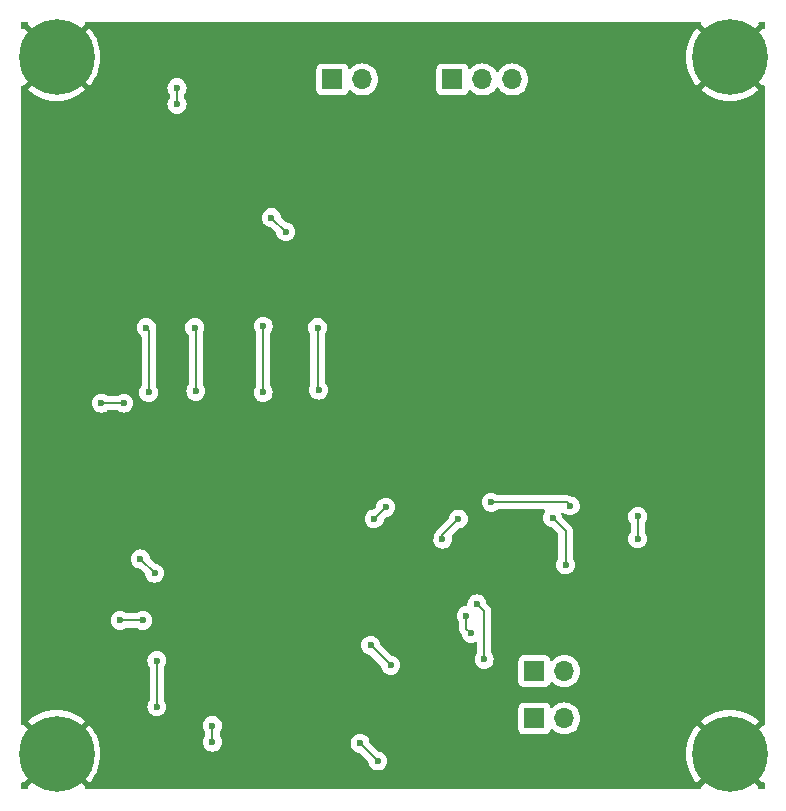
<source format=gbl>
%TF.GenerationSoftware,KiCad,Pcbnew,8.0.0-8.0.0-1~ubuntu22.04.1*%
%TF.CreationDate,2024-09-22T20:46:00-05:00*%
%TF.ProjectId,LCR_meter,4c43525f-6d65-4746-9572-2e6b69636164,rev?*%
%TF.SameCoordinates,Original*%
%TF.FileFunction,Copper,L2,Bot*%
%TF.FilePolarity,Positive*%
%FSLAX46Y46*%
G04 Gerber Fmt 4.6, Leading zero omitted, Abs format (unit mm)*
G04 Created by KiCad (PCBNEW 8.0.0-8.0.0-1~ubuntu22.04.1) date 2024-09-22 20:46:00*
%MOMM*%
%LPD*%
G01*
G04 APERTURE LIST*
%TA.AperFunction,ComponentPad*%
%ADD10C,0.800000*%
%TD*%
%TA.AperFunction,ComponentPad*%
%ADD11C,6.400000*%
%TD*%
%TA.AperFunction,ComponentPad*%
%ADD12R,1.700000X1.700000*%
%TD*%
%TA.AperFunction,ComponentPad*%
%ADD13O,1.700000X1.700000*%
%TD*%
%TA.AperFunction,ViaPad*%
%ADD14C,0.600000*%
%TD*%
%TA.AperFunction,Conductor*%
%ADD15C,0.200000*%
%TD*%
G04 APERTURE END LIST*
D10*
%TO.P,H4,1,1*%
%TO.N,GND*%
X178600000Y-133000000D03*
X179302944Y-131302944D03*
X179302944Y-134697056D03*
X181000000Y-130600000D03*
D11*
X181000000Y-133000000D03*
D10*
X181000000Y-135400000D03*
X182697056Y-131302944D03*
X182697056Y-134697056D03*
X183400000Y-133000000D03*
%TD*%
%TO.P,H3,1,1*%
%TO.N,GND*%
X121600000Y-133000000D03*
X122302944Y-131302944D03*
X122302944Y-134697056D03*
X124000000Y-130600000D03*
D11*
X124000000Y-133000000D03*
D10*
X124000000Y-135400000D03*
X125697056Y-131302944D03*
X125697056Y-134697056D03*
X126400000Y-133000000D03*
%TD*%
D12*
%TO.P,J4,1,Pin_1*%
%TO.N,Net-(J4-Pin_1)*%
X157520000Y-75900000D03*
D13*
%TO.P,J4,2,Pin_2*%
%TO.N,Net-(J4-Pin_2)*%
X160060000Y-75900000D03*
%TO.P,J4,3,Pin_3*%
%TO.N,Net-(J4-Pin_3)*%
X162600000Y-75900000D03*
%TD*%
D12*
%TO.P,J3,1,Pin_1*%
%TO.N,+3.3V*%
X147360000Y-75900000D03*
D13*
%TO.P,J3,2,Pin_2*%
X149900000Y-75900000D03*
%TD*%
D12*
%TO.P,J2,1,Pin_1*%
%TO.N,/DiffAmp1/REF*%
X164460000Y-126000000D03*
D13*
%TO.P,J2,2,Pin_2*%
X167000000Y-126000000D03*
%TD*%
D12*
%TO.P,J1,1,Pin_1*%
%TO.N,/DiffAmp1/IN-*%
X164460000Y-130000000D03*
D13*
%TO.P,J1,2,Pin_2*%
X167000000Y-130000000D03*
%TD*%
D10*
%TO.P,H1,1,1*%
%TO.N,GND*%
X121600000Y-74000000D03*
X122302944Y-72302944D03*
X122302944Y-75697056D03*
X124000000Y-71600000D03*
D11*
X124000000Y-74000000D03*
D10*
X124000000Y-76400000D03*
X125697056Y-72302944D03*
X125697056Y-75697056D03*
X126400000Y-74000000D03*
%TD*%
%TO.P,H2,1,1*%
%TO.N,GND*%
X178600000Y-74000000D03*
X179302944Y-72302944D03*
X179302944Y-75697056D03*
X181000000Y-71600000D03*
D11*
X181000000Y-74000000D03*
D10*
X181000000Y-76400000D03*
X182697056Y-72302944D03*
X182697056Y-75697056D03*
X183400000Y-74000000D03*
%TD*%
D14*
%TO.N,+5V*%
X135800000Y-102300000D03*
X152300000Y-125500000D03*
X150600000Y-123800000D03*
X131800000Y-102400000D03*
X160200000Y-125000000D03*
X159600000Y-120300000D03*
X151200000Y-133600000D03*
X149700000Y-132100000D03*
X135700000Y-96900000D03*
X131600000Y-96900000D03*
%TO.N,GND*%
X136400000Y-104000000D03*
X125900000Y-92400000D03*
X151900000Y-97400000D03*
X160600000Y-113800000D03*
X126500000Y-97300000D03*
X139100000Y-97300000D03*
X133800000Y-106200000D03*
X150100000Y-122500000D03*
X163700000Y-120400000D03*
X143600000Y-119200000D03*
X126400000Y-82600000D03*
X140100000Y-127500000D03*
X167900000Y-89900000D03*
X169900000Y-105400000D03*
X139100000Y-82500000D03*
X164500000Y-82600000D03*
X128800000Y-120800000D03*
X164600000Y-97400000D03*
X125900000Y-87600000D03*
X139118750Y-74800000D03*
X147500000Y-132200000D03*
X151800000Y-82500000D03*
X171200000Y-115000000D03*
X155700000Y-114600000D03*
X144900000Y-107300000D03*
X143800000Y-114700000D03*
X167100000Y-105400000D03*
X162000000Y-105500000D03*
%TO.N,Net-(C2-Pad2)*%
X132500000Y-125100000D03*
X132500000Y-129000000D03*
%TO.N,/DiffAmp1/IN-*%
X158017157Y-113117157D03*
X131300000Y-121700000D03*
X167500000Y-112000000D03*
X129400000Y-121700000D03*
X156675735Y-114824265D03*
X160800000Y-111700000D03*
%TO.N,/DiffAmp1/REF*%
X173200000Y-112900000D03*
X137200000Y-130600000D03*
X173200000Y-114800000D03*
X137200000Y-132000000D03*
%TO.N,Net-(U5-ADC_VREF)*%
X134200000Y-78000000D03*
X134200000Y-76600000D03*
%TO.N,/DiffAmp2/OUT*%
X167100000Y-117000000D03*
X166000000Y-113000000D03*
%TO.N,Net-(U5-GP26)*%
X141500000Y-96800000D03*
X141500000Y-102400000D03*
%TO.N,Net-(U5-GP27)*%
X143400000Y-88800000D03*
X142200000Y-87600000D03*
X146200000Y-102200000D03*
X146100000Y-96900000D03*
%TO.N,Net-(U6A--)*%
X158700000Y-121300000D03*
X159100000Y-122800000D03*
%TO.N,Net-(U3A-+)*%
X150900000Y-113100000D03*
X151874265Y-112125735D03*
%TO.N,/bit1*%
X132300000Y-117700000D03*
X131100000Y-116500000D03*
%TO.N,/bit0*%
X127800000Y-103300000D03*
X129700000Y-103300000D03*
%TD*%
D15*
%TO.N,+5V*%
X135800000Y-102300000D02*
X135800000Y-97000000D01*
X159600000Y-120300000D02*
X160200000Y-120900000D01*
X131800000Y-97100000D02*
X131600000Y-96900000D01*
X151200000Y-133600000D02*
X149700000Y-132100000D01*
X150600000Y-123800000D02*
X152300000Y-125500000D01*
X135800000Y-97000000D02*
X135700000Y-96900000D01*
X131800000Y-102400000D02*
X131800000Y-97100000D01*
X160200000Y-120900000D02*
X160200000Y-125000000D01*
%TO.N,Net-(C2-Pad2)*%
X132500000Y-125100000D02*
X132500000Y-129000000D01*
%TO.N,/DiffAmp1/IN-*%
X156675735Y-114458579D02*
X156675735Y-114824265D01*
X160800000Y-111700000D02*
X167200000Y-111700000D01*
X158017157Y-113117157D02*
X156675735Y-114458579D01*
X167200000Y-111700000D02*
X167500000Y-112000000D01*
X129400000Y-121700000D02*
X131300000Y-121700000D01*
%TO.N,/DiffAmp1/REF*%
X173200000Y-114800000D02*
X173200000Y-112900000D01*
X137200000Y-130600000D02*
X137200000Y-132000000D01*
%TO.N,Net-(U5-ADC_VREF)*%
X134200000Y-78000000D02*
X134200000Y-76600000D01*
%TO.N,/DiffAmp2/OUT*%
X167100000Y-117000000D02*
X167100000Y-114100000D01*
X167100000Y-114100000D02*
X166000000Y-113000000D01*
%TO.N,Net-(U5-GP26)*%
X141500000Y-102400000D02*
X141500000Y-96800000D01*
%TO.N,Net-(U5-GP27)*%
X146100000Y-102100000D02*
X146100000Y-96900000D01*
X146200000Y-102200000D02*
X146100000Y-102100000D01*
X142200000Y-87600000D02*
X143400000Y-88800000D01*
%TO.N,Net-(U6A--)*%
X158700000Y-122400000D02*
X159100000Y-122800000D01*
X158700000Y-121300000D02*
X158700000Y-122400000D01*
%TO.N,Net-(U3A-+)*%
X150900000Y-113100000D02*
X151874265Y-112125735D01*
%TO.N,/bit1*%
X131100000Y-116500000D02*
X132300000Y-117700000D01*
%TO.N,/bit0*%
X127800000Y-103300000D02*
X129700000Y-103300000D01*
%TD*%
%TA.AperFunction,Conductor*%
%TO.N,GND*%
G36*
X122779588Y-134042330D02*
G01*
X122957670Y-134220412D01*
X123059300Y-134294251D01*
X121564648Y-135788903D01*
X121565063Y-135796805D01*
X121592913Y-135837121D01*
X121595241Y-135906951D01*
X121559446Y-135966955D01*
X121496893Y-135998082D01*
X121475166Y-136000000D01*
X121124000Y-136000000D01*
X121056961Y-135980315D01*
X121011206Y-135927511D01*
X121000000Y-135876000D01*
X121000000Y-135524834D01*
X121019685Y-135457795D01*
X121072489Y-135412040D01*
X121141647Y-135402096D01*
X121205203Y-135431121D01*
X121209197Y-135435251D01*
X121211096Y-135435350D01*
X122705748Y-133940698D01*
X122779588Y-134042330D01*
G37*
%TD.AperFunction*%
%TA.AperFunction,Conductor*%
G36*
X178542204Y-71019685D02*
G01*
X178587959Y-71072489D01*
X178597903Y-71141647D01*
X178568878Y-71205203D01*
X178564747Y-71209197D01*
X178564648Y-71211096D01*
X180059301Y-72705748D01*
X179957670Y-72779588D01*
X179779588Y-72957670D01*
X179705748Y-73059300D01*
X178211096Y-71564648D01*
X178211095Y-71564648D01*
X178002531Y-71822206D01*
X177791310Y-72147456D01*
X177615244Y-72493005D01*
X177476262Y-72855063D01*
X177375887Y-73229669D01*
X177375886Y-73229676D01*
X177315219Y-73612712D01*
X177294922Y-73999999D01*
X177294922Y-74000000D01*
X177315219Y-74387287D01*
X177375886Y-74770323D01*
X177375887Y-74770330D01*
X177476262Y-75144936D01*
X177615244Y-75506994D01*
X177791310Y-75852543D01*
X178002531Y-76177793D01*
X178211095Y-76435350D01*
X178211096Y-76435350D01*
X179705748Y-74940698D01*
X179779588Y-75042330D01*
X179957670Y-75220412D01*
X180059300Y-75294251D01*
X178564648Y-76788903D01*
X178564649Y-76788904D01*
X178822206Y-76997468D01*
X179147456Y-77208689D01*
X179493005Y-77384755D01*
X179855063Y-77523737D01*
X180229669Y-77624112D01*
X180229676Y-77624113D01*
X180612712Y-77684780D01*
X180999999Y-77705078D01*
X181000001Y-77705078D01*
X181387287Y-77684780D01*
X181770323Y-77624113D01*
X181770330Y-77624112D01*
X182144936Y-77523737D01*
X182506994Y-77384755D01*
X182852543Y-77208689D01*
X183177783Y-76997476D01*
X183177785Y-76997475D01*
X183435349Y-76788902D01*
X181940698Y-75294251D01*
X182042330Y-75220412D01*
X182220412Y-75042330D01*
X182294251Y-74940698D01*
X183788903Y-76435350D01*
X183796802Y-76434936D01*
X183837119Y-76407084D01*
X183906950Y-76404756D01*
X183966954Y-76440550D01*
X183998082Y-76503103D01*
X184000000Y-76524831D01*
X184000000Y-130475165D01*
X183980315Y-130542204D01*
X183927511Y-130587959D01*
X183858353Y-130597903D01*
X183794797Y-130568878D01*
X183790802Y-130564748D01*
X183788903Y-130564648D01*
X182294251Y-132059300D01*
X182220412Y-131957670D01*
X182042330Y-131779588D01*
X181940698Y-131705748D01*
X183435350Y-130211096D01*
X183435350Y-130211095D01*
X183177793Y-130002531D01*
X182852543Y-129791310D01*
X182506994Y-129615244D01*
X182144936Y-129476262D01*
X181770330Y-129375887D01*
X181770323Y-129375886D01*
X181387287Y-129315219D01*
X181000001Y-129294922D01*
X180999999Y-129294922D01*
X180612712Y-129315219D01*
X180229676Y-129375886D01*
X180229669Y-129375887D01*
X179855063Y-129476262D01*
X179493005Y-129615244D01*
X179147456Y-129791310D01*
X178822206Y-130002531D01*
X178564648Y-130211095D01*
X178564648Y-130211096D01*
X180059301Y-131705748D01*
X179957670Y-131779588D01*
X179779588Y-131957670D01*
X179705748Y-132059300D01*
X178211096Y-130564648D01*
X178211095Y-130564648D01*
X178002531Y-130822206D01*
X177791310Y-131147456D01*
X177615244Y-131493005D01*
X177476262Y-131855063D01*
X177375887Y-132229669D01*
X177375886Y-132229676D01*
X177315219Y-132612712D01*
X177294922Y-132999999D01*
X177294922Y-133000000D01*
X177315219Y-133387287D01*
X177375886Y-133770323D01*
X177375887Y-133770330D01*
X177476262Y-134144936D01*
X177615244Y-134506994D01*
X177791310Y-134852543D01*
X178002531Y-135177793D01*
X178211095Y-135435350D01*
X178211096Y-135435350D01*
X179705748Y-133940698D01*
X179779588Y-134042330D01*
X179957670Y-134220412D01*
X180059300Y-134294251D01*
X178564648Y-135788903D01*
X178565063Y-135796805D01*
X178592913Y-135837121D01*
X178595241Y-135906951D01*
X178559446Y-135966955D01*
X178496893Y-135998082D01*
X178475166Y-136000000D01*
X126524832Y-136000000D01*
X126457793Y-135980315D01*
X126412038Y-135927511D01*
X126402094Y-135858353D01*
X126431119Y-135794797D01*
X126435250Y-135790800D01*
X126435350Y-135788903D01*
X124940698Y-134294251D01*
X125042330Y-134220412D01*
X125220412Y-134042330D01*
X125294251Y-133940698D01*
X126788902Y-135435349D01*
X126997475Y-135177785D01*
X126997476Y-135177783D01*
X127208689Y-134852543D01*
X127384755Y-134506994D01*
X127523737Y-134144936D01*
X127624112Y-133770330D01*
X127624113Y-133770323D01*
X127684780Y-133387287D01*
X127705078Y-133000000D01*
X127705078Y-132999999D01*
X127684780Y-132612712D01*
X127624113Y-132229676D01*
X127624112Y-132229669D01*
X127562573Y-132000003D01*
X136394435Y-132000003D01*
X136414630Y-132179249D01*
X136414631Y-132179254D01*
X136474211Y-132349523D01*
X136497014Y-132385813D01*
X136570184Y-132502262D01*
X136697738Y-132629816D01*
X136850478Y-132725789D01*
X136861984Y-132729815D01*
X137020745Y-132785368D01*
X137020750Y-132785369D01*
X137199996Y-132805565D01*
X137200000Y-132805565D01*
X137200004Y-132805565D01*
X137379249Y-132785369D01*
X137379252Y-132785368D01*
X137379255Y-132785368D01*
X137549522Y-132725789D01*
X137702262Y-132629816D01*
X137829816Y-132502262D01*
X137925789Y-132349522D01*
X137985368Y-132179255D01*
X137987378Y-132161417D01*
X137994298Y-132100003D01*
X148894435Y-132100003D01*
X148914630Y-132279249D01*
X148914631Y-132279254D01*
X148974211Y-132449523D01*
X149070184Y-132602262D01*
X149197738Y-132729816D01*
X149350478Y-132825789D01*
X149520745Y-132885368D01*
X149607669Y-132895161D01*
X149672080Y-132922226D01*
X149681465Y-132930700D01*
X150369298Y-133618533D01*
X150402783Y-133679856D01*
X150404837Y-133692330D01*
X150414630Y-133779249D01*
X150474210Y-133949521D01*
X150532526Y-134042330D01*
X150570184Y-134102262D01*
X150697738Y-134229816D01*
X150850478Y-134325789D01*
X150972376Y-134368443D01*
X151020745Y-134385368D01*
X151020750Y-134385369D01*
X151199996Y-134405565D01*
X151200000Y-134405565D01*
X151200004Y-134405565D01*
X151379249Y-134385369D01*
X151379252Y-134385368D01*
X151379255Y-134385368D01*
X151549522Y-134325789D01*
X151702262Y-134229816D01*
X151829816Y-134102262D01*
X151925789Y-133949522D01*
X151985368Y-133779255D01*
X151986374Y-133770330D01*
X152005565Y-133600003D01*
X152005565Y-133599996D01*
X151985369Y-133420750D01*
X151985368Y-133420745D01*
X151925789Y-133250478D01*
X151829816Y-133097738D01*
X151702262Y-132970184D01*
X151639424Y-132930700D01*
X151549521Y-132874210D01*
X151379249Y-132814630D01*
X151292330Y-132804837D01*
X151227916Y-132777770D01*
X151218533Y-132769298D01*
X150530700Y-132081465D01*
X150497215Y-132020142D01*
X150495163Y-132007686D01*
X150485368Y-131920745D01*
X150425789Y-131750478D01*
X150329816Y-131597738D01*
X150202262Y-131470184D01*
X150153265Y-131439397D01*
X150049523Y-131374211D01*
X149879254Y-131314631D01*
X149879249Y-131314630D01*
X149700004Y-131294435D01*
X149699996Y-131294435D01*
X149520750Y-131314630D01*
X149520745Y-131314631D01*
X149350476Y-131374211D01*
X149197737Y-131470184D01*
X149070184Y-131597737D01*
X148974211Y-131750476D01*
X148914631Y-131920745D01*
X148914630Y-131920750D01*
X148894435Y-132099996D01*
X148894435Y-132100003D01*
X137994298Y-132100003D01*
X138005565Y-132000003D01*
X138005565Y-131999996D01*
X137985369Y-131820750D01*
X137985368Y-131820745D01*
X137925789Y-131650478D01*
X137829816Y-131497738D01*
X137829814Y-131497736D01*
X137829813Y-131497734D01*
X137827550Y-131494896D01*
X137826659Y-131492715D01*
X137826111Y-131491842D01*
X137826264Y-131491745D01*
X137801144Y-131430209D01*
X137800500Y-131417587D01*
X137800500Y-131182412D01*
X137820185Y-131115373D01*
X137827555Y-131105097D01*
X137829810Y-131102267D01*
X137829816Y-131102262D01*
X137925789Y-130949522D01*
X137943863Y-130897870D01*
X163109500Y-130897870D01*
X163109501Y-130897876D01*
X163115908Y-130957483D01*
X163166202Y-131092328D01*
X163166206Y-131092335D01*
X163252452Y-131207544D01*
X163252455Y-131207547D01*
X163367664Y-131293793D01*
X163367671Y-131293797D01*
X163502517Y-131344091D01*
X163502516Y-131344091D01*
X163509444Y-131344835D01*
X163562127Y-131350500D01*
X165357872Y-131350499D01*
X165417483Y-131344091D01*
X165552331Y-131293796D01*
X165667546Y-131207546D01*
X165753796Y-131092331D01*
X165802810Y-130960916D01*
X165844681Y-130904984D01*
X165910145Y-130880566D01*
X165978418Y-130895417D01*
X166006673Y-130916569D01*
X166128599Y-131038495D01*
X166219668Y-131102262D01*
X166322165Y-131174032D01*
X166322167Y-131174033D01*
X166322170Y-131174035D01*
X166536337Y-131273903D01*
X166764592Y-131335063D01*
X166941034Y-131350500D01*
X166999999Y-131355659D01*
X167000000Y-131355659D01*
X167000001Y-131355659D01*
X167058966Y-131350500D01*
X167235408Y-131335063D01*
X167463663Y-131273903D01*
X167677830Y-131174035D01*
X167871401Y-131038495D01*
X168038495Y-130871401D01*
X168174035Y-130677830D01*
X168273903Y-130463663D01*
X168335063Y-130235408D01*
X168355659Y-130000000D01*
X168335063Y-129764592D01*
X168273903Y-129536337D01*
X168174035Y-129322171D01*
X168169168Y-129315219D01*
X168038494Y-129128597D01*
X167871402Y-128961506D01*
X167871395Y-128961501D01*
X167677834Y-128825967D01*
X167677830Y-128825965D01*
X167666636Y-128820745D01*
X167463663Y-128726097D01*
X167463659Y-128726096D01*
X167463655Y-128726094D01*
X167235413Y-128664938D01*
X167235403Y-128664936D01*
X167000001Y-128644341D01*
X166999999Y-128644341D01*
X166764596Y-128664936D01*
X166764586Y-128664938D01*
X166536344Y-128726094D01*
X166536335Y-128726098D01*
X166322171Y-128825964D01*
X166322169Y-128825965D01*
X166128600Y-128961503D01*
X166006673Y-129083430D01*
X165945350Y-129116914D01*
X165875658Y-129111930D01*
X165819725Y-129070058D01*
X165802810Y-129039081D01*
X165753797Y-128907671D01*
X165753793Y-128907664D01*
X165667547Y-128792455D01*
X165667544Y-128792452D01*
X165552335Y-128706206D01*
X165552328Y-128706202D01*
X165417482Y-128655908D01*
X165417483Y-128655908D01*
X165357883Y-128649501D01*
X165357881Y-128649500D01*
X165357873Y-128649500D01*
X165357864Y-128649500D01*
X163562129Y-128649500D01*
X163562123Y-128649501D01*
X163502516Y-128655908D01*
X163367671Y-128706202D01*
X163367664Y-128706206D01*
X163252455Y-128792452D01*
X163252452Y-128792455D01*
X163166206Y-128907664D01*
X163166202Y-128907671D01*
X163115908Y-129042517D01*
X163109501Y-129102116D01*
X163109500Y-129102135D01*
X163109500Y-130897870D01*
X137943863Y-130897870D01*
X137985368Y-130779255D01*
X137985369Y-130779249D01*
X138005565Y-130600003D01*
X138005565Y-130599996D01*
X137985369Y-130420750D01*
X137985368Y-130420745D01*
X137925788Y-130250476D01*
X137829815Y-130097737D01*
X137702262Y-129970184D01*
X137549523Y-129874211D01*
X137379254Y-129814631D01*
X137379249Y-129814630D01*
X137200004Y-129794435D01*
X137199996Y-129794435D01*
X137020750Y-129814630D01*
X137020745Y-129814631D01*
X136850476Y-129874211D01*
X136697737Y-129970184D01*
X136570184Y-130097737D01*
X136474211Y-130250476D01*
X136414631Y-130420745D01*
X136414630Y-130420750D01*
X136394435Y-130599996D01*
X136394435Y-130600003D01*
X136414630Y-130779249D01*
X136414631Y-130779254D01*
X136474211Y-130949523D01*
X136530115Y-131038493D01*
X136563946Y-131092335D01*
X136570185Y-131102263D01*
X136572445Y-131105097D01*
X136573334Y-131107275D01*
X136573889Y-131108158D01*
X136573734Y-131108255D01*
X136598855Y-131169783D01*
X136599500Y-131182412D01*
X136599500Y-131417587D01*
X136579815Y-131484626D01*
X136572450Y-131494896D01*
X136570186Y-131497734D01*
X136474211Y-131650476D01*
X136414631Y-131820745D01*
X136414630Y-131820750D01*
X136394435Y-131999996D01*
X136394435Y-132000003D01*
X127562573Y-132000003D01*
X127523737Y-131855063D01*
X127384755Y-131493005D01*
X127208689Y-131147456D01*
X126997468Y-130822206D01*
X126788904Y-130564649D01*
X126788903Y-130564648D01*
X125294251Y-132059300D01*
X125220412Y-131957670D01*
X125042330Y-131779588D01*
X124940698Y-131705748D01*
X126435350Y-130211096D01*
X126435350Y-130211095D01*
X126177793Y-130002531D01*
X125852543Y-129791310D01*
X125506994Y-129615244D01*
X125144936Y-129476262D01*
X124770330Y-129375887D01*
X124770323Y-129375886D01*
X124387287Y-129315219D01*
X124000001Y-129294922D01*
X123999999Y-129294922D01*
X123612712Y-129315219D01*
X123229676Y-129375886D01*
X123229669Y-129375887D01*
X122855063Y-129476262D01*
X122493005Y-129615244D01*
X122147456Y-129791310D01*
X121822206Y-130002531D01*
X121564648Y-130211095D01*
X121564648Y-130211096D01*
X123059301Y-131705748D01*
X122957670Y-131779588D01*
X122779588Y-131957670D01*
X122705748Y-132059300D01*
X121211096Y-130564648D01*
X121203193Y-130565062D01*
X121162878Y-130592912D01*
X121093047Y-130595239D01*
X121033044Y-130559443D01*
X121001918Y-130496889D01*
X121000000Y-130475164D01*
X121000000Y-129000003D01*
X131694435Y-129000003D01*
X131714630Y-129179249D01*
X131714631Y-129179254D01*
X131774211Y-129349523D01*
X131790777Y-129375887D01*
X131870184Y-129502262D01*
X131997738Y-129629816D01*
X132150478Y-129725789D01*
X132261371Y-129764592D01*
X132320745Y-129785368D01*
X132320750Y-129785369D01*
X132499996Y-129805565D01*
X132500000Y-129805565D01*
X132500004Y-129805565D01*
X132679249Y-129785369D01*
X132679252Y-129785368D01*
X132679255Y-129785368D01*
X132849522Y-129725789D01*
X133002262Y-129629816D01*
X133129816Y-129502262D01*
X133225789Y-129349522D01*
X133285368Y-129179255D01*
X133292954Y-129111930D01*
X133305565Y-129000003D01*
X133305565Y-128999996D01*
X133285369Y-128820750D01*
X133285368Y-128820745D01*
X133275468Y-128792452D01*
X133225789Y-128650478D01*
X133225174Y-128649500D01*
X133129813Y-128497734D01*
X133127550Y-128494896D01*
X133126659Y-128492715D01*
X133126111Y-128491842D01*
X133126264Y-128491745D01*
X133101144Y-128430209D01*
X133100500Y-128417587D01*
X133100500Y-126897870D01*
X163109500Y-126897870D01*
X163109501Y-126897876D01*
X163115908Y-126957483D01*
X163166202Y-127092328D01*
X163166206Y-127092335D01*
X163252452Y-127207544D01*
X163252455Y-127207547D01*
X163367664Y-127293793D01*
X163367671Y-127293797D01*
X163502517Y-127344091D01*
X163502516Y-127344091D01*
X163509444Y-127344835D01*
X163562127Y-127350500D01*
X165357872Y-127350499D01*
X165417483Y-127344091D01*
X165552331Y-127293796D01*
X165667546Y-127207546D01*
X165753796Y-127092331D01*
X165802810Y-126960916D01*
X165844681Y-126904984D01*
X165910145Y-126880566D01*
X165978418Y-126895417D01*
X166006673Y-126916569D01*
X166128599Y-127038495D01*
X166225384Y-127106265D01*
X166322165Y-127174032D01*
X166322167Y-127174033D01*
X166322170Y-127174035D01*
X166536337Y-127273903D01*
X166764592Y-127335063D01*
X166941034Y-127350500D01*
X166999999Y-127355659D01*
X167000000Y-127355659D01*
X167000001Y-127355659D01*
X167058966Y-127350500D01*
X167235408Y-127335063D01*
X167463663Y-127273903D01*
X167677830Y-127174035D01*
X167871401Y-127038495D01*
X168038495Y-126871401D01*
X168174035Y-126677830D01*
X168273903Y-126463663D01*
X168335063Y-126235408D01*
X168355659Y-126000000D01*
X168335063Y-125764592D01*
X168273903Y-125536337D01*
X168174035Y-125322171D01*
X168143985Y-125279254D01*
X168038494Y-125128597D01*
X167871402Y-124961506D01*
X167871395Y-124961501D01*
X167677834Y-124825967D01*
X167677830Y-124825965D01*
X167666636Y-124820745D01*
X167463663Y-124726097D01*
X167463659Y-124726096D01*
X167463655Y-124726094D01*
X167235413Y-124664938D01*
X167235403Y-124664936D01*
X167000001Y-124644341D01*
X166999999Y-124644341D01*
X166764596Y-124664936D01*
X166764586Y-124664938D01*
X166536344Y-124726094D01*
X166536335Y-124726098D01*
X166322171Y-124825964D01*
X166322169Y-124825965D01*
X166128600Y-124961503D01*
X166006673Y-125083430D01*
X165945350Y-125116914D01*
X165875658Y-125111930D01*
X165819725Y-125070058D01*
X165802810Y-125039081D01*
X165753797Y-124907671D01*
X165753793Y-124907664D01*
X165667547Y-124792455D01*
X165667544Y-124792452D01*
X165552335Y-124706206D01*
X165552328Y-124706202D01*
X165417482Y-124655908D01*
X165417483Y-124655908D01*
X165357883Y-124649501D01*
X165357881Y-124649500D01*
X165357873Y-124649500D01*
X165357864Y-124649500D01*
X163562129Y-124649500D01*
X163562123Y-124649501D01*
X163502516Y-124655908D01*
X163367671Y-124706202D01*
X163367664Y-124706206D01*
X163252455Y-124792452D01*
X163252452Y-124792455D01*
X163166206Y-124907664D01*
X163166202Y-124907671D01*
X163115908Y-125042517D01*
X163109501Y-125102116D01*
X163109500Y-125102135D01*
X163109500Y-126897870D01*
X133100500Y-126897870D01*
X133100500Y-125682412D01*
X133120185Y-125615373D01*
X133127555Y-125605097D01*
X133129810Y-125602267D01*
X133129816Y-125602262D01*
X133225789Y-125449522D01*
X133285368Y-125279255D01*
X133285369Y-125279249D01*
X133305565Y-125100003D01*
X133305565Y-125099996D01*
X133285369Y-124920750D01*
X133285368Y-124920745D01*
X133280793Y-124907671D01*
X133225789Y-124750478D01*
X133210469Y-124726097D01*
X133162955Y-124650478D01*
X133129816Y-124597738D01*
X133002262Y-124470184D01*
X132999458Y-124468422D01*
X132849523Y-124374211D01*
X132679254Y-124314631D01*
X132679249Y-124314630D01*
X132500004Y-124294435D01*
X132499996Y-124294435D01*
X132320750Y-124314630D01*
X132320745Y-124314631D01*
X132150476Y-124374211D01*
X131997737Y-124470184D01*
X131870184Y-124597737D01*
X131774211Y-124750476D01*
X131714631Y-124920745D01*
X131714630Y-124920750D01*
X131694435Y-125099996D01*
X131694435Y-125100003D01*
X131714630Y-125279249D01*
X131714631Y-125279254D01*
X131774211Y-125449523D01*
X131828765Y-125536344D01*
X131863943Y-125592330D01*
X131870185Y-125602263D01*
X131872445Y-125605097D01*
X131873334Y-125607275D01*
X131873889Y-125608158D01*
X131873734Y-125608255D01*
X131898855Y-125669783D01*
X131899500Y-125682412D01*
X131899500Y-128417587D01*
X131879815Y-128484626D01*
X131872450Y-128494896D01*
X131870186Y-128497734D01*
X131774211Y-128650476D01*
X131714631Y-128820745D01*
X131714630Y-128820750D01*
X131694435Y-128999996D01*
X131694435Y-129000003D01*
X121000000Y-129000003D01*
X121000000Y-123800003D01*
X149794435Y-123800003D01*
X149814630Y-123979249D01*
X149814631Y-123979254D01*
X149874211Y-124149523D01*
X149965266Y-124294435D01*
X149970184Y-124302262D01*
X150097738Y-124429816D01*
X150250478Y-124525789D01*
X150420745Y-124585368D01*
X150507669Y-124595161D01*
X150572080Y-124622226D01*
X150581465Y-124630700D01*
X151469298Y-125518533D01*
X151502783Y-125579856D01*
X151504837Y-125592330D01*
X151514630Y-125679249D01*
X151574210Y-125849521D01*
X151668762Y-125999999D01*
X151670184Y-126002262D01*
X151797738Y-126129816D01*
X151950478Y-126225789D01*
X152120745Y-126285368D01*
X152120750Y-126285369D01*
X152299996Y-126305565D01*
X152300000Y-126305565D01*
X152300004Y-126305565D01*
X152479249Y-126285369D01*
X152479252Y-126285368D01*
X152479255Y-126285368D01*
X152649522Y-126225789D01*
X152802262Y-126129816D01*
X152929816Y-126002262D01*
X153025789Y-125849522D01*
X153085368Y-125679255D01*
X153085369Y-125679249D01*
X153105565Y-125500003D01*
X153105565Y-125499996D01*
X153085369Y-125320750D01*
X153085368Y-125320745D01*
X153070848Y-125279249D01*
X153025789Y-125150478D01*
X153012041Y-125128599D01*
X152975258Y-125070058D01*
X152929816Y-124997738D01*
X152802262Y-124870184D01*
X152731888Y-124825965D01*
X152649521Y-124774210D01*
X152479249Y-124714630D01*
X152392330Y-124704837D01*
X152327916Y-124677770D01*
X152318533Y-124669298D01*
X151430700Y-123781465D01*
X151397215Y-123720142D01*
X151395163Y-123707686D01*
X151385368Y-123620745D01*
X151325789Y-123450478D01*
X151229816Y-123297738D01*
X151102262Y-123170184D01*
X151069377Y-123149521D01*
X150949523Y-123074211D01*
X150779254Y-123014631D01*
X150779249Y-123014630D01*
X150600004Y-122994435D01*
X150599996Y-122994435D01*
X150420750Y-123014630D01*
X150420745Y-123014631D01*
X150250476Y-123074211D01*
X150097737Y-123170184D01*
X149970184Y-123297737D01*
X149874211Y-123450476D01*
X149814631Y-123620745D01*
X149814630Y-123620750D01*
X149794435Y-123799996D01*
X149794435Y-123800003D01*
X121000000Y-123800003D01*
X121000000Y-121700003D01*
X128594435Y-121700003D01*
X128614630Y-121879249D01*
X128614631Y-121879254D01*
X128674211Y-122049523D01*
X128689724Y-122074211D01*
X128770184Y-122202262D01*
X128897738Y-122329816D01*
X129050478Y-122425789D01*
X129202701Y-122479054D01*
X129220745Y-122485368D01*
X129220750Y-122485369D01*
X129399996Y-122505565D01*
X129400000Y-122505565D01*
X129400004Y-122505565D01*
X129579249Y-122485369D01*
X129579252Y-122485368D01*
X129579255Y-122485368D01*
X129749522Y-122425789D01*
X129902262Y-122329816D01*
X129902267Y-122329810D01*
X129905097Y-122327555D01*
X129907275Y-122326665D01*
X129908158Y-122326111D01*
X129908255Y-122326265D01*
X129969783Y-122301145D01*
X129982412Y-122300500D01*
X130717588Y-122300500D01*
X130784627Y-122320185D01*
X130794903Y-122327555D01*
X130797736Y-122329814D01*
X130797738Y-122329816D01*
X130950478Y-122425789D01*
X131102701Y-122479054D01*
X131120745Y-122485368D01*
X131120750Y-122485369D01*
X131299996Y-122505565D01*
X131300000Y-122505565D01*
X131300004Y-122505565D01*
X131479249Y-122485369D01*
X131479252Y-122485368D01*
X131479255Y-122485368D01*
X131649522Y-122425789D01*
X131802262Y-122329816D01*
X131929816Y-122202262D01*
X132025789Y-122049522D01*
X132085368Y-121879255D01*
X132085369Y-121879249D01*
X132105565Y-121700003D01*
X132105565Y-121699996D01*
X132085369Y-121520750D01*
X132085368Y-121520745D01*
X132025788Y-121350476D01*
X131994073Y-121300003D01*
X157894435Y-121300003D01*
X157914630Y-121479249D01*
X157914631Y-121479254D01*
X157974211Y-121649523D01*
X158070185Y-121802263D01*
X158072445Y-121805097D01*
X158073334Y-121807275D01*
X158073889Y-121808158D01*
X158073734Y-121808255D01*
X158098855Y-121869783D01*
X158099500Y-121882412D01*
X158099500Y-122313330D01*
X158099499Y-122313348D01*
X158099499Y-122479054D01*
X158099498Y-122479054D01*
X158140423Y-122631785D01*
X158169358Y-122681900D01*
X158169359Y-122681904D01*
X158169360Y-122681904D01*
X158219479Y-122768714D01*
X158219481Y-122768717D01*
X158269298Y-122818534D01*
X158302783Y-122879857D01*
X158304837Y-122892331D01*
X158314630Y-122979249D01*
X158374210Y-123149521D01*
X158467341Y-123297737D01*
X158470184Y-123302262D01*
X158597738Y-123429816D01*
X158750478Y-123525789D01*
X158920739Y-123585366D01*
X158920745Y-123585368D01*
X158920750Y-123585369D01*
X159099996Y-123605565D01*
X159100000Y-123605565D01*
X159100004Y-123605565D01*
X159279249Y-123585369D01*
X159279251Y-123585368D01*
X159279255Y-123585368D01*
X159279258Y-123585366D01*
X159279262Y-123585366D01*
X159434545Y-123531030D01*
X159504324Y-123527468D01*
X159564951Y-123562196D01*
X159597179Y-123624190D01*
X159599500Y-123648071D01*
X159599500Y-124417587D01*
X159579815Y-124484626D01*
X159572450Y-124494896D01*
X159570186Y-124497734D01*
X159474211Y-124650476D01*
X159414631Y-124820745D01*
X159414630Y-124820750D01*
X159394435Y-124999996D01*
X159394435Y-125000003D01*
X159414630Y-125179249D01*
X159414631Y-125179254D01*
X159474211Y-125349523D01*
X159537045Y-125449522D01*
X159570184Y-125502262D01*
X159697738Y-125629816D01*
X159850478Y-125725789D01*
X159961371Y-125764592D01*
X160020745Y-125785368D01*
X160020750Y-125785369D01*
X160199996Y-125805565D01*
X160200000Y-125805565D01*
X160200004Y-125805565D01*
X160379249Y-125785369D01*
X160379252Y-125785368D01*
X160379255Y-125785368D01*
X160549522Y-125725789D01*
X160702262Y-125629816D01*
X160829816Y-125502262D01*
X160925789Y-125349522D01*
X160985368Y-125179255D01*
X160985369Y-125179249D01*
X161005565Y-125000003D01*
X161005565Y-124999996D01*
X160985369Y-124820750D01*
X160985368Y-124820745D01*
X160969085Y-124774210D01*
X160925789Y-124650478D01*
X160925174Y-124649500D01*
X160884877Y-124585367D01*
X160829816Y-124497738D01*
X160829814Y-124497736D01*
X160829813Y-124497734D01*
X160827550Y-124494896D01*
X160826659Y-124492715D01*
X160826111Y-124491842D01*
X160826264Y-124491745D01*
X160801144Y-124430209D01*
X160800500Y-124417587D01*
X160800500Y-120820945D01*
X160800500Y-120820943D01*
X160764692Y-120687304D01*
X160764692Y-120687303D01*
X160764692Y-120687302D01*
X160759578Y-120668218D01*
X160759575Y-120668211D01*
X160722804Y-120604522D01*
X160680522Y-120531287D01*
X160680521Y-120531286D01*
X160680520Y-120531284D01*
X160568716Y-120419480D01*
X160568715Y-120419479D01*
X160564385Y-120415149D01*
X160564374Y-120415139D01*
X160430700Y-120281465D01*
X160397215Y-120220142D01*
X160395163Y-120207686D01*
X160385368Y-120120745D01*
X160325789Y-119950478D01*
X160229816Y-119797738D01*
X160102262Y-119670184D01*
X159949523Y-119574211D01*
X159779254Y-119514631D01*
X159779249Y-119514630D01*
X159600004Y-119494435D01*
X159599996Y-119494435D01*
X159420750Y-119514630D01*
X159420745Y-119514631D01*
X159250476Y-119574211D01*
X159097737Y-119670184D01*
X158970184Y-119797737D01*
X158874211Y-119950476D01*
X158814631Y-120120745D01*
X158814630Y-120120750D01*
X158794435Y-120299996D01*
X158801000Y-120358271D01*
X158788944Y-120427093D01*
X158741594Y-120478472D01*
X158691663Y-120495373D01*
X158520749Y-120514630D01*
X158520745Y-120514631D01*
X158350476Y-120574211D01*
X158197737Y-120670184D01*
X158070184Y-120797737D01*
X157974211Y-120950476D01*
X157914631Y-121120745D01*
X157914630Y-121120750D01*
X157894435Y-121299996D01*
X157894435Y-121300003D01*
X131994073Y-121300003D01*
X131929815Y-121197737D01*
X131802262Y-121070184D01*
X131649523Y-120974211D01*
X131479254Y-120914631D01*
X131479249Y-120914630D01*
X131300004Y-120894435D01*
X131299996Y-120894435D01*
X131120750Y-120914630D01*
X131120745Y-120914631D01*
X130950476Y-120974211D01*
X130797736Y-121070185D01*
X130794903Y-121072445D01*
X130792724Y-121073334D01*
X130791842Y-121073889D01*
X130791744Y-121073734D01*
X130730217Y-121098855D01*
X130717588Y-121099500D01*
X129982412Y-121099500D01*
X129915373Y-121079815D01*
X129905097Y-121072445D01*
X129902263Y-121070185D01*
X129902262Y-121070184D01*
X129845496Y-121034515D01*
X129749523Y-120974211D01*
X129579254Y-120914631D01*
X129579249Y-120914630D01*
X129400004Y-120894435D01*
X129399996Y-120894435D01*
X129220750Y-120914630D01*
X129220745Y-120914631D01*
X129050476Y-120974211D01*
X128897737Y-121070184D01*
X128770184Y-121197737D01*
X128674211Y-121350476D01*
X128614631Y-121520745D01*
X128614630Y-121520750D01*
X128594435Y-121699996D01*
X128594435Y-121700003D01*
X121000000Y-121700003D01*
X121000000Y-116500003D01*
X130294435Y-116500003D01*
X130314630Y-116679249D01*
X130314631Y-116679254D01*
X130374211Y-116849523D01*
X130415121Y-116914630D01*
X130470184Y-117002262D01*
X130597738Y-117129816D01*
X130750478Y-117225789D01*
X130920745Y-117285368D01*
X131007669Y-117295161D01*
X131072080Y-117322226D01*
X131081465Y-117330700D01*
X131469298Y-117718533D01*
X131502783Y-117779856D01*
X131504837Y-117792330D01*
X131514630Y-117879249D01*
X131574210Y-118049521D01*
X131670184Y-118202262D01*
X131797738Y-118329816D01*
X131950478Y-118425789D01*
X132120745Y-118485368D01*
X132120750Y-118485369D01*
X132299996Y-118505565D01*
X132300000Y-118505565D01*
X132300004Y-118505565D01*
X132479249Y-118485369D01*
X132479252Y-118485368D01*
X132479255Y-118485368D01*
X132649522Y-118425789D01*
X132802262Y-118329816D01*
X132929816Y-118202262D01*
X133025789Y-118049522D01*
X133085368Y-117879255D01*
X133095162Y-117792330D01*
X133105565Y-117700003D01*
X133105565Y-117699996D01*
X133085369Y-117520750D01*
X133085368Y-117520745D01*
X133025789Y-117350478D01*
X133025188Y-117349522D01*
X132984877Y-117285367D01*
X132929816Y-117197738D01*
X132802262Y-117070184D01*
X132690559Y-116999996D01*
X132649521Y-116974210D01*
X132479249Y-116914630D01*
X132392330Y-116904837D01*
X132327916Y-116877770D01*
X132318533Y-116869298D01*
X131930700Y-116481465D01*
X131897215Y-116420142D01*
X131895163Y-116407686D01*
X131885368Y-116320745D01*
X131825789Y-116150478D01*
X131729816Y-115997738D01*
X131602262Y-115870184D01*
X131449523Y-115774211D01*
X131279254Y-115714631D01*
X131279249Y-115714630D01*
X131100004Y-115694435D01*
X131099996Y-115694435D01*
X130920750Y-115714630D01*
X130920745Y-115714631D01*
X130750476Y-115774211D01*
X130597737Y-115870184D01*
X130470184Y-115997737D01*
X130374211Y-116150476D01*
X130314631Y-116320745D01*
X130314630Y-116320750D01*
X130294435Y-116499996D01*
X130294435Y-116500003D01*
X121000000Y-116500003D01*
X121000000Y-114824268D01*
X155870170Y-114824268D01*
X155890365Y-115003514D01*
X155890366Y-115003519D01*
X155949946Y-115173788D01*
X156030672Y-115302262D01*
X156045919Y-115326527D01*
X156173473Y-115454081D01*
X156263815Y-115510847D01*
X156287595Y-115525789D01*
X156326213Y-115550054D01*
X156484854Y-115605565D01*
X156496480Y-115609633D01*
X156496485Y-115609634D01*
X156675731Y-115629830D01*
X156675735Y-115629830D01*
X156675739Y-115629830D01*
X156854984Y-115609634D01*
X156854987Y-115609633D01*
X156854990Y-115609633D01*
X157025257Y-115550054D01*
X157177997Y-115454081D01*
X157305551Y-115326527D01*
X157401524Y-115173787D01*
X157461103Y-115003520D01*
X157481300Y-114824265D01*
X157478566Y-114800003D01*
X157461104Y-114645015D01*
X157461103Y-114645013D01*
X157461103Y-114645010D01*
X157455064Y-114627754D01*
X157451504Y-114557977D01*
X157484424Y-114499123D01*
X158035692Y-113947855D01*
X158097013Y-113914372D01*
X158109468Y-113912320D01*
X158196412Y-113902525D01*
X158366679Y-113842946D01*
X158519419Y-113746973D01*
X158646973Y-113619419D01*
X158742946Y-113466679D01*
X158802525Y-113296412D01*
X158804458Y-113279255D01*
X158822722Y-113117160D01*
X158822722Y-113117153D01*
X158802526Y-112937907D01*
X158802525Y-112937902D01*
X158796523Y-112920750D01*
X158742946Y-112767635D01*
X158735352Y-112755550D01*
X158669330Y-112650476D01*
X158646973Y-112614895D01*
X158519419Y-112487341D01*
X158500189Y-112475258D01*
X158366680Y-112391368D01*
X158196411Y-112331788D01*
X158196406Y-112331787D01*
X158017161Y-112311592D01*
X158017153Y-112311592D01*
X157837907Y-112331787D01*
X157837902Y-112331788D01*
X157667633Y-112391368D01*
X157514894Y-112487341D01*
X157387341Y-112614894D01*
X157291367Y-112767635D01*
X157231787Y-112937907D01*
X157221994Y-113024825D01*
X157194927Y-113089239D01*
X157186455Y-113098622D01*
X156307021Y-113978057D01*
X156195216Y-114089861D01*
X156195214Y-114089863D01*
X156171013Y-114131781D01*
X156160784Y-114149500D01*
X156144449Y-114177792D01*
X156116157Y-114226794D01*
X156116157Y-114226796D01*
X156115616Y-114228815D01*
X156114571Y-114230623D01*
X156113049Y-114234300D01*
X156112564Y-114234099D01*
X156083526Y-114284393D01*
X156045922Y-114321998D01*
X156045921Y-114321999D01*
X155949946Y-114474741D01*
X155890366Y-114645010D01*
X155890365Y-114645015D01*
X155870170Y-114824261D01*
X155870170Y-114824268D01*
X121000000Y-114824268D01*
X121000000Y-113100003D01*
X150094435Y-113100003D01*
X150114630Y-113279249D01*
X150114631Y-113279254D01*
X150174211Y-113449523D01*
X150270184Y-113602262D01*
X150397738Y-113729816D01*
X150486147Y-113785367D01*
X150544807Y-113822226D01*
X150550478Y-113825789D01*
X150599510Y-113842946D01*
X150720745Y-113885368D01*
X150720750Y-113885369D01*
X150899996Y-113905565D01*
X150900000Y-113905565D01*
X150900004Y-113905565D01*
X151079249Y-113885369D01*
X151079252Y-113885368D01*
X151079255Y-113885368D01*
X151249522Y-113825789D01*
X151402262Y-113729816D01*
X151529816Y-113602262D01*
X151625789Y-113449522D01*
X151685368Y-113279255D01*
X151695161Y-113192329D01*
X151722226Y-113127918D01*
X151730690Y-113118543D01*
X151892800Y-112956433D01*
X151954121Y-112922950D01*
X151966576Y-112920898D01*
X152053520Y-112911103D01*
X152223787Y-112851524D01*
X152376527Y-112755551D01*
X152504081Y-112627997D01*
X152600054Y-112475257D01*
X152659633Y-112304990D01*
X152659634Y-112304984D01*
X152679830Y-112125738D01*
X152679830Y-112125731D01*
X152659634Y-111946485D01*
X152659633Y-111946480D01*
X152636110Y-111879255D01*
X152600054Y-111776213D01*
X152552168Y-111700003D01*
X159994435Y-111700003D01*
X160014630Y-111879249D01*
X160014631Y-111879254D01*
X160074211Y-112049523D01*
X160152558Y-112174211D01*
X160170184Y-112202262D01*
X160297738Y-112329816D01*
X160368391Y-112374210D01*
X160405833Y-112397737D01*
X160450478Y-112425789D01*
X160591852Y-112475258D01*
X160620745Y-112485368D01*
X160620750Y-112485369D01*
X160799996Y-112505565D01*
X160800000Y-112505565D01*
X160800004Y-112505565D01*
X160979249Y-112485369D01*
X160979252Y-112485368D01*
X160979255Y-112485368D01*
X161149522Y-112425789D01*
X161302262Y-112329816D01*
X161302267Y-112329810D01*
X161305097Y-112327555D01*
X161307275Y-112326665D01*
X161308158Y-112326111D01*
X161308255Y-112326265D01*
X161369783Y-112301145D01*
X161382412Y-112300500D01*
X165269988Y-112300500D01*
X165337027Y-112320185D01*
X165382782Y-112372989D01*
X165392726Y-112442147D01*
X165371805Y-112490532D01*
X165373889Y-112491842D01*
X165370184Y-112497737D01*
X165370184Y-112497738D01*
X165365266Y-112505565D01*
X165274211Y-112650476D01*
X165214631Y-112820745D01*
X165214630Y-112820750D01*
X165194435Y-112999996D01*
X165194435Y-113000003D01*
X165214630Y-113179249D01*
X165214631Y-113179254D01*
X165274211Y-113349523D01*
X165337045Y-113449522D01*
X165370184Y-113502262D01*
X165497738Y-113629816D01*
X165650478Y-113725789D01*
X165820745Y-113785368D01*
X165907669Y-113795161D01*
X165972080Y-113822226D01*
X165981465Y-113830700D01*
X166463181Y-114312416D01*
X166496666Y-114373739D01*
X166499500Y-114400097D01*
X166499500Y-116417587D01*
X166479815Y-116484626D01*
X166472450Y-116494896D01*
X166470186Y-116497734D01*
X166374211Y-116650476D01*
X166314631Y-116820745D01*
X166314630Y-116820750D01*
X166294435Y-116999996D01*
X166294435Y-117000003D01*
X166314630Y-117179249D01*
X166314631Y-117179254D01*
X166374211Y-117349523D01*
X166470184Y-117502262D01*
X166597738Y-117629816D01*
X166750478Y-117725789D01*
X166817426Y-117749215D01*
X166920745Y-117785368D01*
X166920750Y-117785369D01*
X167099996Y-117805565D01*
X167100000Y-117805565D01*
X167100004Y-117805565D01*
X167279249Y-117785369D01*
X167279252Y-117785368D01*
X167279255Y-117785368D01*
X167449522Y-117725789D01*
X167602262Y-117629816D01*
X167729816Y-117502262D01*
X167825789Y-117349522D01*
X167885368Y-117179255D01*
X167885369Y-117179249D01*
X167905565Y-117000003D01*
X167905565Y-116999996D01*
X167885369Y-116820750D01*
X167885368Y-116820745D01*
X167825789Y-116650478D01*
X167729816Y-116497738D01*
X167729814Y-116497736D01*
X167729813Y-116497734D01*
X167727550Y-116494896D01*
X167726659Y-116492715D01*
X167726111Y-116491842D01*
X167726264Y-116491745D01*
X167701144Y-116430209D01*
X167700500Y-116417587D01*
X167700500Y-114800003D01*
X172394435Y-114800003D01*
X172414630Y-114979249D01*
X172414631Y-114979254D01*
X172474211Y-115149523D01*
X172489458Y-115173788D01*
X172570184Y-115302262D01*
X172697738Y-115429816D01*
X172850478Y-115525789D01*
X173020745Y-115585368D01*
X173020750Y-115585369D01*
X173199996Y-115605565D01*
X173200000Y-115605565D01*
X173200004Y-115605565D01*
X173379249Y-115585369D01*
X173379252Y-115585368D01*
X173379255Y-115585368D01*
X173549522Y-115525789D01*
X173702262Y-115429816D01*
X173829816Y-115302262D01*
X173925789Y-115149522D01*
X173985368Y-114979255D01*
X174002831Y-114824265D01*
X174005565Y-114800003D01*
X174005565Y-114799996D01*
X173985369Y-114620750D01*
X173985368Y-114620745D01*
X173925789Y-114450478D01*
X173829816Y-114297738D01*
X173829814Y-114297736D01*
X173829813Y-114297734D01*
X173827550Y-114294896D01*
X173826659Y-114292715D01*
X173826111Y-114291842D01*
X173826264Y-114291745D01*
X173801144Y-114230209D01*
X173800500Y-114217587D01*
X173800500Y-113482412D01*
X173820185Y-113415373D01*
X173827555Y-113405097D01*
X173829810Y-113402267D01*
X173829816Y-113402262D01*
X173925789Y-113249522D01*
X173985368Y-113079255D01*
X173991501Y-113024825D01*
X174005565Y-112900003D01*
X174005565Y-112899996D01*
X173985369Y-112720750D01*
X173985368Y-112720745D01*
X173982713Y-112713158D01*
X173925789Y-112550478D01*
X173829816Y-112397738D01*
X173702262Y-112270184D01*
X173700852Y-112269298D01*
X173549523Y-112174211D01*
X173379254Y-112114631D01*
X173379249Y-112114630D01*
X173200004Y-112094435D01*
X173199996Y-112094435D01*
X173020750Y-112114630D01*
X173020745Y-112114631D01*
X172850476Y-112174211D01*
X172697737Y-112270184D01*
X172570184Y-112397737D01*
X172474211Y-112550476D01*
X172414631Y-112720745D01*
X172414630Y-112720750D01*
X172394435Y-112899996D01*
X172394435Y-112900003D01*
X172414630Y-113079249D01*
X172414631Y-113079254D01*
X172474211Y-113249523D01*
X172570185Y-113402263D01*
X172572445Y-113405097D01*
X172573334Y-113407275D01*
X172573889Y-113408158D01*
X172573734Y-113408255D01*
X172598855Y-113469783D01*
X172599500Y-113482412D01*
X172599500Y-114217587D01*
X172579815Y-114284626D01*
X172572450Y-114294896D01*
X172570186Y-114297734D01*
X172474211Y-114450476D01*
X172414631Y-114620745D01*
X172414630Y-114620750D01*
X172394435Y-114799996D01*
X172394435Y-114800003D01*
X167700500Y-114800003D01*
X167700500Y-114189059D01*
X167700501Y-114189046D01*
X167700501Y-114020945D01*
X167700501Y-114020943D01*
X167659577Y-113868215D01*
X167611745Y-113785368D01*
X167589578Y-113746973D01*
X167580521Y-113731285D01*
X167464385Y-113615149D01*
X167464374Y-113615139D01*
X166830700Y-112981465D01*
X166797215Y-112920142D01*
X166795163Y-112907686D01*
X166785368Y-112820745D01*
X166780056Y-112805565D01*
X166747722Y-112713158D01*
X166744160Y-112643379D01*
X166778888Y-112582752D01*
X166840882Y-112550524D01*
X166910457Y-112556929D01*
X166952444Y-112584522D01*
X166997738Y-112629816D01*
X167088080Y-112686582D01*
X167142450Y-112720745D01*
X167150478Y-112725789D01*
X167270067Y-112767635D01*
X167320745Y-112785368D01*
X167320750Y-112785369D01*
X167499996Y-112805565D01*
X167500000Y-112805565D01*
X167500004Y-112805565D01*
X167679249Y-112785369D01*
X167679252Y-112785368D01*
X167679255Y-112785368D01*
X167849522Y-112725789D01*
X168002262Y-112629816D01*
X168129816Y-112502262D01*
X168225789Y-112349522D01*
X168285368Y-112179255D01*
X168285369Y-112179249D01*
X168305565Y-112000003D01*
X168305565Y-111999996D01*
X168285369Y-111820750D01*
X168285368Y-111820745D01*
X168269785Y-111776211D01*
X168225789Y-111650478D01*
X168129816Y-111497738D01*
X168002262Y-111370184D01*
X167954807Y-111340366D01*
X167849521Y-111274210D01*
X167679249Y-111214630D01*
X167557189Y-111200877D01*
X167509075Y-111185045D01*
X167466936Y-111160717D01*
X167466936Y-111160716D01*
X167466931Y-111160715D01*
X167431785Y-111140423D01*
X167279057Y-111099499D01*
X167120943Y-111099499D01*
X167113347Y-111099499D01*
X167113331Y-111099500D01*
X161382412Y-111099500D01*
X161315373Y-111079815D01*
X161305097Y-111072445D01*
X161302263Y-111070185D01*
X161302262Y-111070184D01*
X161245496Y-111034515D01*
X161149523Y-110974211D01*
X160979254Y-110914631D01*
X160979249Y-110914630D01*
X160800004Y-110894435D01*
X160799996Y-110894435D01*
X160620750Y-110914630D01*
X160620745Y-110914631D01*
X160450476Y-110974211D01*
X160297737Y-111070184D01*
X160170184Y-111197737D01*
X160074211Y-111350476D01*
X160014631Y-111520745D01*
X160014630Y-111520750D01*
X159994435Y-111699996D01*
X159994435Y-111700003D01*
X152552168Y-111700003D01*
X152504081Y-111623473D01*
X152376527Y-111495919D01*
X152223788Y-111399946D01*
X152053519Y-111340366D01*
X152053514Y-111340365D01*
X151874269Y-111320170D01*
X151874261Y-111320170D01*
X151695015Y-111340365D01*
X151695010Y-111340366D01*
X151524741Y-111399946D01*
X151372002Y-111495919D01*
X151244449Y-111623472D01*
X151148475Y-111776213D01*
X151088895Y-111946485D01*
X151079102Y-112033403D01*
X151052035Y-112097817D01*
X151043563Y-112107200D01*
X150881465Y-112269298D01*
X150820142Y-112302783D01*
X150807668Y-112304837D01*
X150720750Y-112314630D01*
X150550478Y-112374210D01*
X150397737Y-112470184D01*
X150270184Y-112597737D01*
X150174211Y-112750476D01*
X150114631Y-112920745D01*
X150114630Y-112920750D01*
X150094435Y-113099996D01*
X150094435Y-113100003D01*
X121000000Y-113100003D01*
X121000000Y-103300003D01*
X126994435Y-103300003D01*
X127014630Y-103479249D01*
X127014631Y-103479254D01*
X127074211Y-103649523D01*
X127170184Y-103802262D01*
X127297738Y-103929816D01*
X127450478Y-104025789D01*
X127620745Y-104085368D01*
X127620750Y-104085369D01*
X127799996Y-104105565D01*
X127800000Y-104105565D01*
X127800004Y-104105565D01*
X127979249Y-104085369D01*
X127979252Y-104085368D01*
X127979255Y-104085368D01*
X128149522Y-104025789D01*
X128302262Y-103929816D01*
X128302267Y-103929810D01*
X128305097Y-103927555D01*
X128307275Y-103926665D01*
X128308158Y-103926111D01*
X128308255Y-103926265D01*
X128369783Y-103901145D01*
X128382412Y-103900500D01*
X129117588Y-103900500D01*
X129184627Y-103920185D01*
X129194903Y-103927555D01*
X129197736Y-103929814D01*
X129197738Y-103929816D01*
X129350478Y-104025789D01*
X129520745Y-104085368D01*
X129520750Y-104085369D01*
X129699996Y-104105565D01*
X129700000Y-104105565D01*
X129700004Y-104105565D01*
X129879249Y-104085369D01*
X129879252Y-104085368D01*
X129879255Y-104085368D01*
X130049522Y-104025789D01*
X130202262Y-103929816D01*
X130329816Y-103802262D01*
X130425789Y-103649522D01*
X130485368Y-103479255D01*
X130505565Y-103300000D01*
X130492649Y-103185369D01*
X130485369Y-103120750D01*
X130485368Y-103120745D01*
X130472989Y-103085368D01*
X130425789Y-102950478D01*
X130329816Y-102797738D01*
X130202262Y-102670184D01*
X130169379Y-102649522D01*
X130049523Y-102574211D01*
X129879254Y-102514631D01*
X129879249Y-102514630D01*
X129700004Y-102494435D01*
X129699996Y-102494435D01*
X129520750Y-102514630D01*
X129520745Y-102514631D01*
X129350476Y-102574211D01*
X129197736Y-102670185D01*
X129194903Y-102672445D01*
X129192724Y-102673334D01*
X129191842Y-102673889D01*
X129191744Y-102673734D01*
X129130217Y-102698855D01*
X129117588Y-102699500D01*
X128382412Y-102699500D01*
X128315373Y-102679815D01*
X128305097Y-102672445D01*
X128302263Y-102670185D01*
X128302262Y-102670184D01*
X128245496Y-102634515D01*
X128149523Y-102574211D01*
X127979254Y-102514631D01*
X127979249Y-102514630D01*
X127800004Y-102494435D01*
X127799996Y-102494435D01*
X127620750Y-102514630D01*
X127620745Y-102514631D01*
X127450476Y-102574211D01*
X127297737Y-102670184D01*
X127170184Y-102797737D01*
X127074211Y-102950476D01*
X127014631Y-103120745D01*
X127014630Y-103120750D01*
X126994435Y-103299996D01*
X126994435Y-103300003D01*
X121000000Y-103300003D01*
X121000000Y-96900003D01*
X130794435Y-96900003D01*
X130814630Y-97079249D01*
X130814631Y-97079254D01*
X130874211Y-97249523D01*
X130970184Y-97402262D01*
X131097737Y-97529815D01*
X131097740Y-97529817D01*
X131141471Y-97557295D01*
X131187763Y-97609629D01*
X131199500Y-97662289D01*
X131199500Y-101817587D01*
X131179815Y-101884626D01*
X131172450Y-101894896D01*
X131170186Y-101897734D01*
X131074211Y-102050476D01*
X131014631Y-102220745D01*
X131014630Y-102220750D01*
X130994435Y-102399996D01*
X130994435Y-102400003D01*
X131014630Y-102579249D01*
X131014631Y-102579254D01*
X131074211Y-102749523D01*
X131124662Y-102829815D01*
X131170184Y-102902262D01*
X131297738Y-103029816D01*
X131386148Y-103085368D01*
X131442450Y-103120745D01*
X131450478Y-103125789D01*
X131620745Y-103185368D01*
X131620750Y-103185369D01*
X131799996Y-103205565D01*
X131800000Y-103205565D01*
X131800004Y-103205565D01*
X131979249Y-103185369D01*
X131979252Y-103185368D01*
X131979255Y-103185368D01*
X132149522Y-103125789D01*
X132302262Y-103029816D01*
X132429816Y-102902262D01*
X132525789Y-102749522D01*
X132585368Y-102579255D01*
X132585369Y-102579249D01*
X132605565Y-102400003D01*
X132605565Y-102399996D01*
X132585369Y-102220750D01*
X132585368Y-102220745D01*
X132525788Y-102050476D01*
X132462955Y-101950478D01*
X132429816Y-101897738D01*
X132429814Y-101897736D01*
X132429813Y-101897734D01*
X132427550Y-101894896D01*
X132426659Y-101892715D01*
X132426111Y-101891842D01*
X132426264Y-101891745D01*
X132401144Y-101830209D01*
X132400500Y-101817587D01*
X132400500Y-97189060D01*
X132400501Y-97189047D01*
X132400501Y-97020940D01*
X132399440Y-97012881D01*
X132399924Y-97012817D01*
X132397099Y-96975129D01*
X132405565Y-96900003D01*
X134894435Y-96900003D01*
X134914630Y-97079249D01*
X134914631Y-97079254D01*
X134974211Y-97249523D01*
X135070184Y-97402262D01*
X135163181Y-97495259D01*
X135196666Y-97556582D01*
X135199500Y-97582940D01*
X135199500Y-101717587D01*
X135179815Y-101784626D01*
X135172450Y-101794896D01*
X135170186Y-101797734D01*
X135074211Y-101950476D01*
X135014631Y-102120745D01*
X135014630Y-102120750D01*
X134994435Y-102299996D01*
X134994435Y-102300003D01*
X135014630Y-102479249D01*
X135014631Y-102479254D01*
X135074211Y-102649523D01*
X135137045Y-102749522D01*
X135170184Y-102802262D01*
X135297738Y-102929816D01*
X135450478Y-103025789D01*
X135461984Y-103029815D01*
X135620745Y-103085368D01*
X135620750Y-103085369D01*
X135799996Y-103105565D01*
X135800000Y-103105565D01*
X135800004Y-103105565D01*
X135979249Y-103085369D01*
X135979252Y-103085368D01*
X135979255Y-103085368D01*
X136149522Y-103025789D01*
X136302262Y-102929816D01*
X136429816Y-102802262D01*
X136525789Y-102649522D01*
X136585368Y-102479255D01*
X136585369Y-102479249D01*
X136594298Y-102400003D01*
X140694435Y-102400003D01*
X140714630Y-102579249D01*
X140714631Y-102579254D01*
X140774211Y-102749523D01*
X140824662Y-102829815D01*
X140870184Y-102902262D01*
X140997738Y-103029816D01*
X141086148Y-103085368D01*
X141142450Y-103120745D01*
X141150478Y-103125789D01*
X141320745Y-103185368D01*
X141320750Y-103185369D01*
X141499996Y-103205565D01*
X141500000Y-103205565D01*
X141500004Y-103205565D01*
X141679249Y-103185369D01*
X141679252Y-103185368D01*
X141679255Y-103185368D01*
X141849522Y-103125789D01*
X142002262Y-103029816D01*
X142129816Y-102902262D01*
X142225789Y-102749522D01*
X142285368Y-102579255D01*
X142285369Y-102579249D01*
X142305565Y-102400003D01*
X142305565Y-102399996D01*
X142285369Y-102220750D01*
X142285368Y-102220745D01*
X142225788Y-102050476D01*
X142162955Y-101950478D01*
X142129816Y-101897738D01*
X142129814Y-101897736D01*
X142129813Y-101897734D01*
X142127550Y-101894896D01*
X142126659Y-101892715D01*
X142126111Y-101891842D01*
X142126264Y-101891745D01*
X142101144Y-101830209D01*
X142100500Y-101817587D01*
X142100500Y-97382412D01*
X142120185Y-97315373D01*
X142127555Y-97305097D01*
X142129810Y-97302267D01*
X142129816Y-97302262D01*
X142225789Y-97149522D01*
X142285368Y-96979255D01*
X142285369Y-96979249D01*
X142294298Y-96900003D01*
X145294435Y-96900003D01*
X145314630Y-97079249D01*
X145314631Y-97079254D01*
X145374211Y-97249523D01*
X145411054Y-97308158D01*
X145457711Y-97382412D01*
X145470185Y-97402263D01*
X145472445Y-97405097D01*
X145473334Y-97407275D01*
X145473889Y-97408158D01*
X145473734Y-97408255D01*
X145498855Y-97469783D01*
X145499500Y-97482412D01*
X145499500Y-101774507D01*
X145480494Y-101840478D01*
X145474209Y-101850479D01*
X145414633Y-102020737D01*
X145414630Y-102020750D01*
X145394435Y-102199996D01*
X145394435Y-102200003D01*
X145414630Y-102379249D01*
X145414631Y-102379254D01*
X145474211Y-102549523D01*
X145537045Y-102649522D01*
X145570184Y-102702262D01*
X145697738Y-102829816D01*
X145850478Y-102925789D01*
X146020745Y-102985368D01*
X146020750Y-102985369D01*
X146199996Y-103005565D01*
X146200000Y-103005565D01*
X146200004Y-103005565D01*
X146379249Y-102985369D01*
X146379252Y-102985368D01*
X146379255Y-102985368D01*
X146549522Y-102925789D01*
X146702262Y-102829816D01*
X146829816Y-102702262D01*
X146925789Y-102549522D01*
X146985368Y-102379255D01*
X146985369Y-102379249D01*
X147005565Y-102200003D01*
X147005565Y-102199996D01*
X146985369Y-102020750D01*
X146985368Y-102020745D01*
X146985365Y-102020737D01*
X146925789Y-101850478D01*
X146900499Y-101810230D01*
X146889494Y-101792715D01*
X146829816Y-101697738D01*
X146736818Y-101604740D01*
X146703334Y-101543416D01*
X146700500Y-101517059D01*
X146700500Y-97482412D01*
X146720185Y-97415373D01*
X146727555Y-97405097D01*
X146729810Y-97402267D01*
X146729816Y-97402262D01*
X146825789Y-97249522D01*
X146885368Y-97079255D01*
X146891938Y-97020943D01*
X146905565Y-96900003D01*
X146905565Y-96899996D01*
X146885369Y-96720750D01*
X146885368Y-96720745D01*
X146825788Y-96550476D01*
X146762955Y-96450478D01*
X146729816Y-96397738D01*
X146602262Y-96270184D01*
X146449523Y-96174211D01*
X146279254Y-96114631D01*
X146279249Y-96114630D01*
X146100004Y-96094435D01*
X146099996Y-96094435D01*
X145920750Y-96114630D01*
X145920745Y-96114631D01*
X145750476Y-96174211D01*
X145597737Y-96270184D01*
X145470184Y-96397737D01*
X145374211Y-96550476D01*
X145314631Y-96720745D01*
X145314630Y-96720750D01*
X145294435Y-96899996D01*
X145294435Y-96900003D01*
X142294298Y-96900003D01*
X142305565Y-96800003D01*
X142305565Y-96799996D01*
X142285369Y-96620750D01*
X142285368Y-96620745D01*
X142225789Y-96450478D01*
X142129816Y-96297738D01*
X142002262Y-96170184D01*
X141913852Y-96114632D01*
X141849523Y-96074211D01*
X141679254Y-96014631D01*
X141679249Y-96014630D01*
X141500004Y-95994435D01*
X141499996Y-95994435D01*
X141320750Y-96014630D01*
X141320745Y-96014631D01*
X141150476Y-96074211D01*
X140997737Y-96170184D01*
X140870184Y-96297737D01*
X140774211Y-96450476D01*
X140714631Y-96620745D01*
X140714630Y-96620750D01*
X140694435Y-96799996D01*
X140694435Y-96800003D01*
X140714630Y-96979249D01*
X140714631Y-96979254D01*
X140774211Y-97149523D01*
X140870185Y-97302263D01*
X140872445Y-97305097D01*
X140873334Y-97307275D01*
X140873889Y-97308158D01*
X140873734Y-97308255D01*
X140898855Y-97369783D01*
X140899500Y-97382412D01*
X140899500Y-101817587D01*
X140879815Y-101884626D01*
X140872450Y-101894896D01*
X140870186Y-101897734D01*
X140774211Y-102050476D01*
X140714631Y-102220745D01*
X140714630Y-102220750D01*
X140694435Y-102399996D01*
X140694435Y-102400003D01*
X136594298Y-102400003D01*
X136605565Y-102300003D01*
X136605565Y-102299996D01*
X136585369Y-102120750D01*
X136585368Y-102120745D01*
X136525789Y-101950478D01*
X136429816Y-101797738D01*
X136429814Y-101797736D01*
X136429813Y-101797734D01*
X136427550Y-101794896D01*
X136426659Y-101792715D01*
X136426111Y-101791842D01*
X136426264Y-101791745D01*
X136401144Y-101730209D01*
X136400500Y-101717587D01*
X136400500Y-97325493D01*
X136419508Y-97259519D01*
X136425787Y-97249525D01*
X136425788Y-97249523D01*
X136425789Y-97249522D01*
X136485368Y-97079255D01*
X136491938Y-97020943D01*
X136505565Y-96900003D01*
X136505565Y-96899996D01*
X136485369Y-96720750D01*
X136485368Y-96720745D01*
X136425788Y-96550476D01*
X136362955Y-96450478D01*
X136329816Y-96397738D01*
X136202262Y-96270184D01*
X136049523Y-96174211D01*
X135879254Y-96114631D01*
X135879249Y-96114630D01*
X135700004Y-96094435D01*
X135699996Y-96094435D01*
X135520750Y-96114630D01*
X135520745Y-96114631D01*
X135350476Y-96174211D01*
X135197737Y-96270184D01*
X135070184Y-96397737D01*
X134974211Y-96550476D01*
X134914631Y-96720745D01*
X134914630Y-96720750D01*
X134894435Y-96899996D01*
X134894435Y-96900003D01*
X132405565Y-96900003D01*
X132405565Y-96900000D01*
X132405565Y-96899996D01*
X132385369Y-96720750D01*
X132385368Y-96720745D01*
X132325788Y-96550476D01*
X132262955Y-96450478D01*
X132229816Y-96397738D01*
X132102262Y-96270184D01*
X131949523Y-96174211D01*
X131779254Y-96114631D01*
X131779249Y-96114630D01*
X131600004Y-96094435D01*
X131599996Y-96094435D01*
X131420750Y-96114630D01*
X131420745Y-96114631D01*
X131250476Y-96174211D01*
X131097737Y-96270184D01*
X130970184Y-96397737D01*
X130874211Y-96550476D01*
X130814631Y-96720745D01*
X130814630Y-96720750D01*
X130794435Y-96899996D01*
X130794435Y-96900003D01*
X121000000Y-96900003D01*
X121000000Y-87600003D01*
X141394435Y-87600003D01*
X141414630Y-87779249D01*
X141414631Y-87779254D01*
X141474211Y-87949523D01*
X141515121Y-88014630D01*
X141570184Y-88102262D01*
X141697738Y-88229816D01*
X141850478Y-88325789D01*
X142020745Y-88385368D01*
X142107669Y-88395161D01*
X142172080Y-88422226D01*
X142181465Y-88430700D01*
X142569298Y-88818533D01*
X142602783Y-88879856D01*
X142604837Y-88892330D01*
X142614630Y-88979249D01*
X142674210Y-89149521D01*
X142770184Y-89302262D01*
X142897738Y-89429816D01*
X143050478Y-89525789D01*
X143220745Y-89585368D01*
X143220750Y-89585369D01*
X143399996Y-89605565D01*
X143400000Y-89605565D01*
X143400004Y-89605565D01*
X143579249Y-89585369D01*
X143579252Y-89585368D01*
X143579255Y-89585368D01*
X143749522Y-89525789D01*
X143902262Y-89429816D01*
X144029816Y-89302262D01*
X144125789Y-89149522D01*
X144185368Y-88979255D01*
X144195162Y-88892330D01*
X144205565Y-88800003D01*
X144205565Y-88799996D01*
X144185369Y-88620750D01*
X144185368Y-88620745D01*
X144125788Y-88450476D01*
X144084877Y-88385367D01*
X144029816Y-88297738D01*
X143902262Y-88170184D01*
X143794165Y-88102262D01*
X143749521Y-88074210D01*
X143579249Y-88014630D01*
X143492330Y-88004837D01*
X143427916Y-87977770D01*
X143418533Y-87969298D01*
X143030700Y-87581465D01*
X142997215Y-87520142D01*
X142995163Y-87507686D01*
X142985368Y-87420745D01*
X142925789Y-87250478D01*
X142829816Y-87097738D01*
X142702262Y-86970184D01*
X142549523Y-86874211D01*
X142379254Y-86814631D01*
X142379249Y-86814630D01*
X142200004Y-86794435D01*
X142199996Y-86794435D01*
X142020750Y-86814630D01*
X142020745Y-86814631D01*
X141850476Y-86874211D01*
X141697737Y-86970184D01*
X141570184Y-87097737D01*
X141474211Y-87250476D01*
X141414631Y-87420745D01*
X141414630Y-87420750D01*
X141394435Y-87599996D01*
X141394435Y-87600003D01*
X121000000Y-87600003D01*
X121000000Y-78000003D01*
X133394435Y-78000003D01*
X133414630Y-78179249D01*
X133414631Y-78179254D01*
X133474211Y-78349523D01*
X133570184Y-78502262D01*
X133697738Y-78629816D01*
X133850478Y-78725789D01*
X134020745Y-78785368D01*
X134020750Y-78785369D01*
X134199996Y-78805565D01*
X134200000Y-78805565D01*
X134200004Y-78805565D01*
X134379249Y-78785369D01*
X134379252Y-78785368D01*
X134379255Y-78785368D01*
X134549522Y-78725789D01*
X134702262Y-78629816D01*
X134829816Y-78502262D01*
X134925789Y-78349522D01*
X134985368Y-78179255D01*
X135005565Y-78000000D01*
X134985368Y-77820745D01*
X134925789Y-77650478D01*
X134829816Y-77497738D01*
X134829814Y-77497736D01*
X134829813Y-77497734D01*
X134827550Y-77494896D01*
X134826659Y-77492715D01*
X134826111Y-77491842D01*
X134826264Y-77491745D01*
X134801144Y-77430209D01*
X134800500Y-77417587D01*
X134800500Y-77182412D01*
X134820185Y-77115373D01*
X134827555Y-77105097D01*
X134829810Y-77102267D01*
X134829816Y-77102262D01*
X134925789Y-76949522D01*
X134978854Y-76797870D01*
X146009500Y-76797870D01*
X146009501Y-76797876D01*
X146015908Y-76857483D01*
X146066202Y-76992328D01*
X146066206Y-76992335D01*
X146152452Y-77107544D01*
X146152455Y-77107547D01*
X146267664Y-77193793D01*
X146267671Y-77193797D01*
X146402517Y-77244091D01*
X146402516Y-77244091D01*
X146409444Y-77244835D01*
X146462127Y-77250500D01*
X148257872Y-77250499D01*
X148317483Y-77244091D01*
X148452331Y-77193796D01*
X148567546Y-77107546D01*
X148653796Y-76992331D01*
X148702810Y-76860916D01*
X148744681Y-76804984D01*
X148810145Y-76780566D01*
X148878418Y-76795417D01*
X148906673Y-76816569D01*
X149028599Y-76938495D01*
X149112821Y-76997468D01*
X149222165Y-77074032D01*
X149222167Y-77074033D01*
X149222170Y-77074035D01*
X149436337Y-77173903D01*
X149664592Y-77235063D01*
X149841034Y-77250500D01*
X149899999Y-77255659D01*
X149900000Y-77255659D01*
X149900001Y-77255659D01*
X149958966Y-77250500D01*
X150135408Y-77235063D01*
X150363663Y-77173903D01*
X150577830Y-77074035D01*
X150771401Y-76938495D01*
X150912026Y-76797870D01*
X156169500Y-76797870D01*
X156169501Y-76797876D01*
X156175908Y-76857483D01*
X156226202Y-76992328D01*
X156226206Y-76992335D01*
X156312452Y-77107544D01*
X156312455Y-77107547D01*
X156427664Y-77193793D01*
X156427671Y-77193797D01*
X156562517Y-77244091D01*
X156562516Y-77244091D01*
X156569444Y-77244835D01*
X156622127Y-77250500D01*
X158417872Y-77250499D01*
X158477483Y-77244091D01*
X158612331Y-77193796D01*
X158727546Y-77107546D01*
X158813796Y-76992331D01*
X158862810Y-76860916D01*
X158904681Y-76804984D01*
X158970145Y-76780566D01*
X159038418Y-76795417D01*
X159066673Y-76816569D01*
X159188599Y-76938495D01*
X159272821Y-76997468D01*
X159382165Y-77074032D01*
X159382167Y-77074033D01*
X159382170Y-77074035D01*
X159596337Y-77173903D01*
X159824592Y-77235063D01*
X160001034Y-77250500D01*
X160059999Y-77255659D01*
X160060000Y-77255659D01*
X160060001Y-77255659D01*
X160118966Y-77250500D01*
X160295408Y-77235063D01*
X160523663Y-77173903D01*
X160737830Y-77074035D01*
X160931401Y-76938495D01*
X161098495Y-76771401D01*
X161228425Y-76585842D01*
X161283002Y-76542217D01*
X161352500Y-76535023D01*
X161414855Y-76566546D01*
X161431575Y-76585842D01*
X161561500Y-76771395D01*
X161561505Y-76771401D01*
X161728599Y-76938495D01*
X161812821Y-76997468D01*
X161922165Y-77074032D01*
X161922167Y-77074033D01*
X161922170Y-77074035D01*
X162136337Y-77173903D01*
X162364592Y-77235063D01*
X162541034Y-77250500D01*
X162599999Y-77255659D01*
X162600000Y-77255659D01*
X162600001Y-77255659D01*
X162658966Y-77250500D01*
X162835408Y-77235063D01*
X163063663Y-77173903D01*
X163277830Y-77074035D01*
X163471401Y-76938495D01*
X163638495Y-76771401D01*
X163774035Y-76577830D01*
X163873903Y-76363663D01*
X163935063Y-76135408D01*
X163955659Y-75900000D01*
X163935063Y-75664592D01*
X163873903Y-75436337D01*
X163774035Y-75222171D01*
X163772804Y-75220412D01*
X163638494Y-75028597D01*
X163471402Y-74861506D01*
X163471395Y-74861501D01*
X163277834Y-74725967D01*
X163277830Y-74725965D01*
X163277828Y-74725964D01*
X163063663Y-74626097D01*
X163063659Y-74626096D01*
X163063655Y-74626094D01*
X162835413Y-74564938D01*
X162835403Y-74564936D01*
X162600001Y-74544341D01*
X162599999Y-74544341D01*
X162364596Y-74564936D01*
X162364586Y-74564938D01*
X162136344Y-74626094D01*
X162136335Y-74626098D01*
X161922171Y-74725964D01*
X161922169Y-74725965D01*
X161728597Y-74861505D01*
X161561505Y-75028597D01*
X161431575Y-75214158D01*
X161376998Y-75257783D01*
X161307500Y-75264977D01*
X161245145Y-75233454D01*
X161228425Y-75214158D01*
X161098494Y-75028597D01*
X160931402Y-74861506D01*
X160931395Y-74861501D01*
X160737834Y-74725967D01*
X160737830Y-74725965D01*
X160737828Y-74725964D01*
X160523663Y-74626097D01*
X160523659Y-74626096D01*
X160523655Y-74626094D01*
X160295413Y-74564938D01*
X160295403Y-74564936D01*
X160060001Y-74544341D01*
X160059999Y-74544341D01*
X159824596Y-74564936D01*
X159824586Y-74564938D01*
X159596344Y-74626094D01*
X159596335Y-74626098D01*
X159382171Y-74725964D01*
X159382169Y-74725965D01*
X159188600Y-74861503D01*
X159066673Y-74983430D01*
X159005350Y-75016914D01*
X158935658Y-75011930D01*
X158879725Y-74970058D01*
X158862810Y-74939081D01*
X158813797Y-74807671D01*
X158813793Y-74807664D01*
X158727547Y-74692455D01*
X158727544Y-74692452D01*
X158612335Y-74606206D01*
X158612328Y-74606202D01*
X158477482Y-74555908D01*
X158477483Y-74555908D01*
X158417883Y-74549501D01*
X158417881Y-74549500D01*
X158417873Y-74549500D01*
X158417864Y-74549500D01*
X156622129Y-74549500D01*
X156622123Y-74549501D01*
X156562516Y-74555908D01*
X156427671Y-74606202D01*
X156427664Y-74606206D01*
X156312455Y-74692452D01*
X156312452Y-74692455D01*
X156226206Y-74807664D01*
X156226202Y-74807671D01*
X156175908Y-74942517D01*
X156169501Y-75002116D01*
X156169500Y-75002135D01*
X156169500Y-76797870D01*
X150912026Y-76797870D01*
X150938495Y-76771401D01*
X151074035Y-76577830D01*
X151173903Y-76363663D01*
X151235063Y-76135408D01*
X151255659Y-75900000D01*
X151235063Y-75664592D01*
X151173903Y-75436337D01*
X151074035Y-75222171D01*
X151072804Y-75220412D01*
X150938494Y-75028597D01*
X150771402Y-74861506D01*
X150771395Y-74861501D01*
X150577834Y-74725967D01*
X150577830Y-74725965D01*
X150577828Y-74725964D01*
X150363663Y-74626097D01*
X150363659Y-74626096D01*
X150363655Y-74626094D01*
X150135413Y-74564938D01*
X150135403Y-74564936D01*
X149900001Y-74544341D01*
X149899999Y-74544341D01*
X149664596Y-74564936D01*
X149664586Y-74564938D01*
X149436344Y-74626094D01*
X149436335Y-74626098D01*
X149222171Y-74725964D01*
X149222169Y-74725965D01*
X149028600Y-74861503D01*
X148906673Y-74983430D01*
X148845350Y-75016914D01*
X148775658Y-75011930D01*
X148719725Y-74970058D01*
X148702810Y-74939081D01*
X148653797Y-74807671D01*
X148653793Y-74807664D01*
X148567547Y-74692455D01*
X148567544Y-74692452D01*
X148452335Y-74606206D01*
X148452328Y-74606202D01*
X148317482Y-74555908D01*
X148317483Y-74555908D01*
X148257883Y-74549501D01*
X148257881Y-74549500D01*
X148257873Y-74549500D01*
X148257864Y-74549500D01*
X146462129Y-74549500D01*
X146462123Y-74549501D01*
X146402516Y-74555908D01*
X146267671Y-74606202D01*
X146267664Y-74606206D01*
X146152455Y-74692452D01*
X146152452Y-74692455D01*
X146066206Y-74807664D01*
X146066202Y-74807671D01*
X146015908Y-74942517D01*
X146009501Y-75002116D01*
X146009500Y-75002135D01*
X146009500Y-76797870D01*
X134978854Y-76797870D01*
X134985368Y-76779255D01*
X134986253Y-76771401D01*
X135005565Y-76600003D01*
X135005565Y-76599996D01*
X134985369Y-76420750D01*
X134985368Y-76420745D01*
X134978842Y-76402096D01*
X134925789Y-76250478D01*
X134829816Y-76097738D01*
X134702262Y-75970184D01*
X134549523Y-75874211D01*
X134379254Y-75814631D01*
X134379249Y-75814630D01*
X134200004Y-75794435D01*
X134199996Y-75794435D01*
X134020750Y-75814630D01*
X134020745Y-75814631D01*
X133850476Y-75874211D01*
X133697737Y-75970184D01*
X133570184Y-76097737D01*
X133474211Y-76250476D01*
X133414631Y-76420745D01*
X133414630Y-76420750D01*
X133394435Y-76599996D01*
X133394435Y-76600003D01*
X133414630Y-76779249D01*
X133414631Y-76779254D01*
X133474211Y-76949523D01*
X133570185Y-77102263D01*
X133572445Y-77105097D01*
X133573334Y-77107275D01*
X133573889Y-77108158D01*
X133573734Y-77108255D01*
X133598855Y-77169783D01*
X133599500Y-77182412D01*
X133599500Y-77417587D01*
X133579815Y-77484626D01*
X133572450Y-77494896D01*
X133570186Y-77497734D01*
X133474211Y-77650476D01*
X133414631Y-77820745D01*
X133414630Y-77820750D01*
X133394435Y-77999996D01*
X133394435Y-78000003D01*
X121000000Y-78000003D01*
X121000000Y-76524834D01*
X121019685Y-76457795D01*
X121072489Y-76412040D01*
X121141647Y-76402096D01*
X121205203Y-76431121D01*
X121209197Y-76435251D01*
X121211096Y-76435350D01*
X122705748Y-74940698D01*
X122779588Y-75042330D01*
X122957670Y-75220412D01*
X123059300Y-75294251D01*
X121564648Y-76788903D01*
X121564649Y-76788904D01*
X121822206Y-76997468D01*
X122147456Y-77208689D01*
X122493005Y-77384755D01*
X122855063Y-77523737D01*
X123229669Y-77624112D01*
X123229676Y-77624113D01*
X123612712Y-77684780D01*
X123999999Y-77705078D01*
X124000001Y-77705078D01*
X124387287Y-77684780D01*
X124770323Y-77624113D01*
X124770330Y-77624112D01*
X125144936Y-77523737D01*
X125506994Y-77384755D01*
X125852543Y-77208689D01*
X126177783Y-76997476D01*
X126177785Y-76997475D01*
X126435349Y-76788902D01*
X124940698Y-75294251D01*
X125042330Y-75220412D01*
X125220412Y-75042330D01*
X125294251Y-74940698D01*
X126788902Y-76435349D01*
X126997475Y-76177785D01*
X126997476Y-76177783D01*
X127208689Y-75852543D01*
X127384755Y-75506994D01*
X127523737Y-75144936D01*
X127624112Y-74770330D01*
X127624113Y-74770323D01*
X127684780Y-74387287D01*
X127705078Y-74000000D01*
X127705078Y-73999999D01*
X127684780Y-73612712D01*
X127624113Y-73229676D01*
X127624112Y-73229669D01*
X127523737Y-72855063D01*
X127384755Y-72493005D01*
X127208689Y-72147456D01*
X126997468Y-71822206D01*
X126788904Y-71564649D01*
X126788903Y-71564648D01*
X125294251Y-73059300D01*
X125220412Y-72957670D01*
X125042330Y-72779588D01*
X124940698Y-72705748D01*
X126435350Y-71211096D01*
X126434936Y-71203194D01*
X126407087Y-71162880D01*
X126404759Y-71093049D01*
X126440554Y-71033045D01*
X126503107Y-71001918D01*
X126524834Y-71000000D01*
X178475165Y-71000000D01*
X178542204Y-71019685D01*
G37*
%TD.AperFunction*%
%TA.AperFunction,Conductor*%
G36*
X183788903Y-135435350D02*
G01*
X183796802Y-135434936D01*
X183837119Y-135407084D01*
X183906950Y-135404756D01*
X183966954Y-135440550D01*
X183998082Y-135503103D01*
X184000000Y-135524831D01*
X184000000Y-135876000D01*
X183980315Y-135943039D01*
X183927511Y-135988794D01*
X183876000Y-136000000D01*
X183524832Y-136000000D01*
X183457793Y-135980315D01*
X183412038Y-135927511D01*
X183402094Y-135858353D01*
X183431119Y-135794797D01*
X183435250Y-135790800D01*
X183435350Y-135788903D01*
X181940698Y-134294251D01*
X182042330Y-134220412D01*
X182220412Y-134042330D01*
X182294251Y-133940698D01*
X183788903Y-135435350D01*
G37*
%TD.AperFunction*%
%TA.AperFunction,Conductor*%
G36*
X121542204Y-71019685D02*
G01*
X121587959Y-71072489D01*
X121597903Y-71141647D01*
X121568878Y-71205203D01*
X121564747Y-71209197D01*
X121564648Y-71211096D01*
X123059301Y-72705748D01*
X122957670Y-72779588D01*
X122779588Y-72957670D01*
X122705748Y-73059300D01*
X121211096Y-71564648D01*
X121203193Y-71565062D01*
X121162878Y-71592912D01*
X121093047Y-71595239D01*
X121033044Y-71559443D01*
X121001918Y-71496889D01*
X121000000Y-71475164D01*
X121000000Y-71124000D01*
X121019685Y-71056961D01*
X121072489Y-71011206D01*
X121124000Y-71000000D01*
X121475165Y-71000000D01*
X121542204Y-71019685D01*
G37*
%TD.AperFunction*%
%TA.AperFunction,Conductor*%
G36*
X183943039Y-71019685D02*
G01*
X183988794Y-71072489D01*
X184000000Y-71124000D01*
X184000000Y-71475165D01*
X183980315Y-71542204D01*
X183927511Y-71587959D01*
X183858353Y-71597903D01*
X183794797Y-71568878D01*
X183790802Y-71564748D01*
X183788903Y-71564648D01*
X182294251Y-73059300D01*
X182220412Y-72957670D01*
X182042330Y-72779588D01*
X181940698Y-72705748D01*
X183435350Y-71211096D01*
X183434936Y-71203194D01*
X183407087Y-71162880D01*
X183404759Y-71093049D01*
X183440554Y-71033045D01*
X183503107Y-71001918D01*
X183524834Y-71000000D01*
X183876000Y-71000000D01*
X183943039Y-71019685D01*
G37*
%TD.AperFunction*%
%TD*%
M02*

</source>
